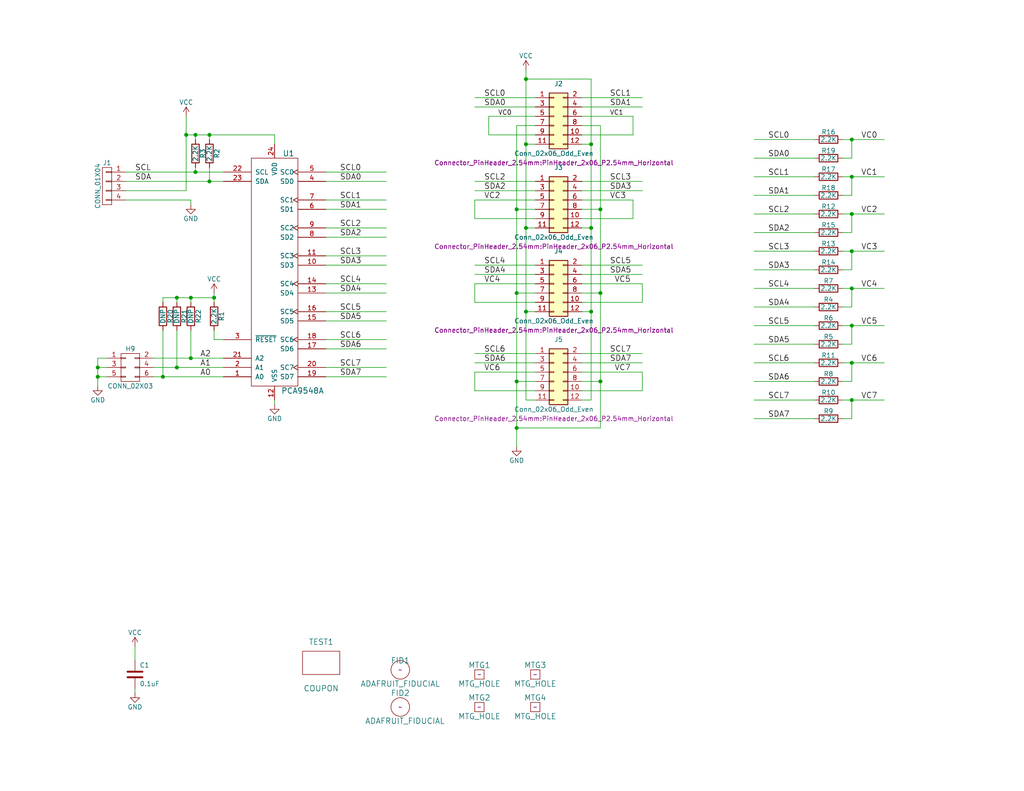
<source format=kicad_sch>
(kicad_sch (version 20211123) (generator eeschema)
  (paper "A")
  (title_block (title "8 CHANNEL I2C MULTIPLEXER") (date "Monday, January 16, 2017") (rev "X1") (company "land-boards.com"))
  (lib_symbols
    (symbol "Connector_Generic:Conn_02x06_Odd_Even" (pin_names (offset 1.016) hide)
      (property "Reference" "J" (at 1.27 7.62 0))
      (property "Value" "Conn_02x06_Odd_Even" (at 1.27 -10.16 0))
      (symbol "Conn_02x06_Odd_Even_1_1"
        (rectangle (start -1.27 -7.493) (end 0 -7.747) (stroke (width 0.1524)))
        (rectangle (start -1.27 -4.953) (end 0 -5.207) (stroke (width 0.1524)))
        (rectangle (start -1.27 -2.413) (end 0 -2.667) (stroke (width 0.1524)))
        (rectangle (start -1.27 0.127) (end 0 -0.127) (stroke (width 0.1524)))
        (rectangle (start -1.27 2.667) (end 0 2.413) (stroke (width 0.1524)))
        (rectangle (start -1.27 5.207) (end 0 4.953) (stroke (width 0.1524)))
        (rectangle (start -1.27 6.35) (end 3.81 -8.89) (stroke (width 0.254)) (fill (type background)))
        (rectangle (start 3.81 -7.493) (end 2.54 -7.747) (stroke (width 0.1524)))
        (rectangle (start 3.81 -4.953) (end 2.54 -5.207) (stroke (width 0.1524)))
        (rectangle (start 3.81 -2.413) (end 2.54 -2.667) (stroke (width 0.1524)))
        (rectangle (start 3.81 0.127) (end 2.54 -0.127) (stroke (width 0.1524)))
        (rectangle (start 3.81 2.667) (end 2.54 2.413) (stroke (width 0.1524)))
        (rectangle (start 3.81 5.207) (end 2.54 4.953) (stroke (width 0.1524)))
        (pin passive line (at -5.08 5.08 0) (length 3.81) (name "Pin_1") (number "1"))
        (pin passive line (at 7.62 -5.08 180) (length 3.81) (name "Pin_10") (number "10"))
        (pin passive line (at -5.08 -7.62 0) (length 3.81) (name "Pin_11") (number "11"))
        (pin passive line (at 7.62 -7.62 180) (length 3.81) (name "Pin_12") (number "12"))
        (pin passive line (at 7.62 5.08 180) (length 3.81) (name "Pin_2") (number "2"))
        (pin passive line (at -5.08 2.54 0) (length 3.81) (name "Pin_3") (number "3"))
        (pin passive line (at 7.62 2.54 180) (length 3.81) (name "Pin_4") (number "4"))
        (pin passive line (at -5.08 0 0) (length 3.81) (name "Pin_5") (number "5"))
        (pin passive line (at 7.62 0 180) (length 3.81) (name "Pin_6") (number "6"))
        (pin passive line (at -5.08 -2.54 0) (length 3.81) (name "Pin_7") (number "7"))
        (pin passive line (at 7.62 -2.54 180) (length 3.81) (name "Pin_8") (number "8"))
        (pin passive line (at -5.08 -5.08 0) (length 3.81) (name "Pin_9") (number "9"))
      )
    )
    (symbol "Device:C" (pin_numbers hide) (pin_names (offset 0.254))
      (property "Reference" "C" (at 0.635 2.54 0))
      (property "Value" "C" (at 0.635 -2.54 0))
      (symbol "C_0_1"
        (polyline (pts (xy -2.032 -0.762) (xy 2.032 -0.762)) (stroke (width 0.508)))
        (polyline (pts (xy -2.032 0.762) (xy 2.032 0.762)) (stroke (width 0.508)))
      )
      (symbol "C_1_1"
        (pin passive line (at 0 3.81 270) (length 2.794) (name "~") (number "1"))
        (pin passive line (at 0 -3.81 90) (length 2.794) (name "~") (number "2"))
      )
    )
    (symbol "Device:R" (pin_numbers hide) (pin_names (offset 0))
      (property "Reference" "R" (at 2.032 0 90))
      (property "Value" "R" (at 0 0 90))
      (symbol "R_0_1"
        (rectangle (start -1.016 -2.54) (end 1.016 2.54) (stroke (width 0.254)))
      )
      (symbol "R_1_1"
        (pin passive line (at 0 3.81 270) (length 1.27) (name "~") (number "1"))
        (pin passive line (at 0 -3.81 90) (length 1.27) (name "~") (number "2"))
      )
    )
    (symbol "I2C-RPT-08-rescue:ADAFRUIT_FIDUCIAL" (pin_numbers hide) (pin_names (offset 0.0254) hide)
      (property "Reference" "adafruit" (at 0 0 0))
      (property "Value" "ADAFRUIT_FIDUCIAL" (at 0 0 0))
      (symbol "ADAFRUIT_FIDUCIAL_1_1"
        (circle (center 0 0) (radius 2.54))
      )
    )
    (symbol "I2C-RPT-08-rescue:CONN_01X04" (pin_names (offset 1.016) hide)
      (property "Reference" "P" (at 0 6.35 0))
      (property "Value" "CONN_01X04" (at 2.54 0 90))
      (symbol "CONN_01X04_0_1"
        (rectangle (start -1.27 -3.683) (end 0.254 -3.937))
        (rectangle (start -1.27 -1.143) (end 0.254 -1.397))
        (rectangle (start -1.27 1.397) (end 0.254 1.143))
        (rectangle (start -1.27 3.937) (end 0.254 3.683))
        (rectangle (start -1.27 5.08) (end 1.27 -5.08))
      )
      (symbol "CONN_01X04_1_1"
        (pin passive line (at -5.08 3.81 0) (length 3.81) (name "P1") (number "1"))
        (pin passive line (at -5.08 1.27 0) (length 3.81) (name "P2") (number "2"))
        (pin passive line (at -5.08 -1.27 0) (length 3.81) (name "P3") (number "3"))
        (pin passive line (at -5.08 -3.81 0) (length 3.81) (name "P4") (number "4"))
      )
    )
    (symbol "I2C-RPT-08-rescue:CONN_02X03" (pin_names (offset 0.0254) hide)
      (property "Reference" "P" (at 0 5.08 0))
      (property "Value" "CONN_02X03" (at 0 -5.08 0))
      (symbol "CONN_02X03_0_1"
        (rectangle (start -2.54 -2.413) (end -1.27 -2.667))
        (rectangle (start -2.54 0.127) (end -1.27 -0.127))
        (rectangle (start -2.54 2.667) (end -1.27 2.413))
        (rectangle (start -2.54 3.81) (end 2.54 -3.81))
        (rectangle (start 1.27 -2.413) (end 2.54 -2.667))
        (rectangle (start 1.27 0.127) (end 2.54 -0.127))
        (rectangle (start 1.27 2.667) (end 2.54 2.413))
      )
      (symbol "CONN_02X03_1_1"
        (pin passive line (at -6.35 2.54 0) (length 3.81) (name "P1") (number "1"))
        (pin passive line (at 6.35 2.54 180) (length 3.81) (name "P2") (number "2"))
        (pin passive line (at -6.35 0 0) (length 3.81) (name "P3") (number "3"))
        (pin passive line (at 6.35 0 180) (length 3.81) (name "P4") (number "4"))
        (pin passive line (at -6.35 -2.54 0) (length 3.81) (name "P5") (number "5"))
        (pin passive line (at 6.35 -2.54 180) (length 3.81) (name "P6") (number "6"))
      )
    )
    (symbol "I2C-RPT-08-rescue:COUPON" (pin_names (offset 1.016))
      (property "Reference" "COUP?" (at 0 0 0))
      (property "Value" "COUPON" (at 0 0 0))
      (symbol "COUPON_0_1"
        (rectangle (start -5.08 0) (end 5.08 6.35))
      )
    )
    (symbol "I2C-RPT-08-rescue:MTG_HOLE" (pin_names (offset 1.016))
      (property "Reference" "MTG?" (at 0 2.54 0))
      (property "Value" "MTG_HOLE" (at 0 -2.54 0))
      (symbol "MTG_HOLE_0_1"
        (rectangle (start -1.27 -1.27) (end 1.27 -1.27))
        (rectangle (start -1.27 1.27) (end -1.27 -1.27))
        (rectangle (start 1.27 1.27) (end -1.27 1.27))
        (rectangle (start 1.27 1.27) (end 1.27 -1.27))
      )
    )
    (symbol "I2C-RPT-08-rescue:PCA9548A" (pin_names (offset 1.016))
      (property "Reference" "U" (at 3.81 33.02 0))
      (property "Value" "PCA9548A" (at 7.62 -31.75 0))
      (symbol "PCA9548A_0_1"
        (rectangle (start -6.35 -30.48) (end 6.35 31.75))
      )
      (symbol "PCA9548A_1_1"
        (pin input line (at -13.97 -27.94 0) (length 7.62) (name "A0") (number "1"))
        (pin bidirectional line (at 13.97 2.54 180) (length 7.62) (name "SD3") (number "10"))
        (pin input clock (at 13.97 5.08 180) (length 7.62) (name "SC3") (number "11"))
        (pin power_in line (at 0 -34.29 90) (length 3.81) (name "VSS") (number "12"))
        (pin bidirectional line (at 13.97 -5.08 180) (length 7.62) (name "SD4") (number "13"))
        (pin input clock (at 13.97 -2.54 180) (length 7.62) (name "SC4") (number "14"))
        (pin bidirectional line (at 13.97 -12.7 180) (length 7.62) (name "SD5") (number "15"))
        (pin input clock (at 13.97 -10.16 180) (length 7.62) (name "SC5") (number "16"))
        (pin bidirectional line (at 13.97 -20.32 180) (length 7.62) (name "SD6") (number "17"))
        (pin input clock (at 13.97 -17.78 180) (length 7.62) (name "SC6") (number "18"))
        (pin bidirectional line (at 13.97 -27.94 180) (length 7.62) (name "SD7") (number "19"))
        (pin input line (at -13.97 -25.4 0) (length 7.62) (name "A1") (number "2"))
        (pin input clock (at 13.97 -25.4 180) (length 7.62) (name "SC7") (number "20"))
        (pin input line (at -13.97 -22.86 0) (length 7.62) (name "A2") (number "21"))
        (pin input line (at -13.97 27.94 0) (length 7.62) (name "SCL") (number "22"))
        (pin input line (at -13.97 25.4 0) (length 7.62) (name "SDA") (number "23"))
        (pin power_in line (at 0 35.56 270) (length 3.81) (name "VDD") (number "24"))
        (pin input line (at -13.97 -17.78 0) (length 7.62) (name "~{RESET}") (number "3"))
        (pin bidirectional line (at 13.97 25.4 180) (length 7.62) (name "SD0") (number "4"))
        (pin input clock (at 13.97 27.94 180) (length 7.62) (name "SC0") (number "5"))
        (pin bidirectional line (at 13.97 17.78 180) (length 7.62) (name "SD1") (number "6"))
        (pin input clock (at 13.97 20.32 180) (length 7.62) (name "SC1") (number "7"))
        (pin bidirectional line (at 13.97 10.16 180) (length 7.62) (name "SD2") (number "8"))
        (pin input clock (at 13.97 12.7 180) (length 7.62) (name "SC2") (number "9"))
      )
    )
    (symbol "power:GND" (power) (pin_names (offset 0))
      (property "Value" "GND" (at 0 -3.81 0))
      (symbol "GND_0_1"
        (polyline (pts (xy 0 0) (xy 0 -1.27) (xy 1.27 -1.27) (xy 0 -2.54) (xy -1.27 -1.27) (xy 0 -1.27)))
      )
      (symbol "GND_1_1"
        (pin power_in line (at 0 0 270) (length 0) hide (name "GND") (number "1"))
      )
    )
    (symbol "power:VCC" (power) (pin_names (offset 0))
      (property "Value" "VCC" (at 0 3.81 0))
      (symbol "VCC_0_1"
        (polyline (pts (xy -0.762 1.27) (xy 0 2.54)))
        (polyline (pts (xy 0 0) (xy 0 2.54)))
        (polyline (pts (xy 0 2.54) (xy 0.762 1.27)))
      )
      (symbol "VCC_1_1"
        (pin power_in line (at 0 0 90) (length 0) hide (name "VCC") (number "1"))
      )
    )
  )
  (junction (at 161.29 39.37))
  (junction (at 50.8 36.83))
  (junction (at 161.29 85.09))
  (junction (at 52.07 81.28))
  (junction (at 163.83 57.15))
  (junction (at 53.34 46.99))
  (junction (at 163.83 80.01))
  (junction (at 140.97 104.14))
  (junction (at 143.51 85.09))
  (junction (at 232.41 48.26))
  (junction (at 232.41 88.9))
  (junction (at 52.07 97.79))
  (junction (at 48.26 81.28))
  (junction (at 140.97 116.84))
  (junction (at 57.15 49.53))
  (junction (at 163.83 104.14))
  (junction (at 232.41 38.1))
  (junction (at 232.41 78.74))
  (junction (at 48.26 100.33))
  (junction (at 143.51 21.59))
  (junction (at 143.51 62.23))
  (junction (at 232.41 68.58))
  (junction (at 26.67 102.87))
  (junction (at 140.97 57.15))
  (junction (at 58.42 81.28))
  (junction (at 53.34 36.83))
  (junction (at 232.41 99.06))
  (junction (at 140.97 80.01))
  (junction (at 232.41 109.22))
  (junction (at 57.15 36.83))
  (junction (at 161.29 62.23))
  (junction (at 26.67 100.33))
  (junction (at 44.45 102.87))
  (junction (at 143.51 39.37))
  (junction (at 232.41 58.42))
  (wire (pts (xy 229.87 99.06) (xy 232.41 99.06)))
  (wire (pts (xy 229.87 53.34) (xy 232.41 53.34)))
  (wire (pts (xy 105.41 80.01) (xy 88.9 80.01)))
  (wire (pts (xy 105.41 64.77) (xy 88.9 64.77)))
  (wire (pts (xy 143.51 21.59) (xy 161.29 21.59)))
  (wire (pts (xy 222.25 93.98) (xy 205.74 93.98)))
  (wire (pts (xy 229.87 73.66) (xy 232.41 73.66)))
  (wire (pts (xy 146.05 36.83) (xy 133.35 36.83)))
  (wire (pts (xy 129.54 59.69) (xy 129.54 54.61)))
  (wire (pts (xy 229.87 48.26) (xy 232.41 48.26)))
  (wire (pts (xy 175.26 49.53) (xy 158.75 49.53)))
  (wire (pts (xy 129.54 106.68) (xy 146.05 106.68)))
  (wire (pts (xy 175.26 26.67) (xy 158.75 26.67)))
  (wire (pts (xy 52.07 97.79) (xy 60.96 97.79)))
  (wire (pts (xy 50.8 31.75) (xy 50.8 36.83)))
  (wire (pts (xy 143.51 85.09) (xy 143.51 109.22)))
  (wire (pts (xy 232.41 93.98) (xy 232.41 88.9)))
  (wire (pts (xy 105.41 46.99) (xy 88.9 46.99)))
  (wire (pts (xy 140.97 80.01) (xy 140.97 104.14)))
  (wire (pts (xy 158.75 77.47) (xy 175.26 77.47)))
  (wire (pts (xy 161.29 21.59) (xy 161.29 39.37)))
  (wire (pts (xy 229.87 93.98) (xy 232.41 93.98)))
  (wire (pts (xy 57.15 36.83) (xy 74.93 36.83)))
  (wire (pts (xy 222.25 63.5) (xy 205.74 63.5)))
  (wire (pts (xy 48.26 82.55) (xy 48.26 81.28)))
  (wire (pts (xy 129.54 77.47) (xy 146.05 77.47)))
  (wire (pts (xy 105.41 69.85) (xy 88.9 69.85)))
  (wire (pts (xy 232.41 63.5) (xy 232.41 58.42)))
  (wire (pts (xy 222.25 109.22) (xy 205.74 109.22)))
  (wire (pts (xy 143.51 62.23) (xy 143.51 85.09)))
  (wire (pts (xy 163.83 104.14) (xy 163.83 116.84)))
  (wire (pts (xy 175.26 52.07) (xy 158.75 52.07)))
  (wire (pts (xy 146.05 99.06) (xy 129.54 99.06)))
  (wire (pts (xy 52.07 81.28) (xy 48.26 81.28)))
  (wire (pts (xy 146.05 74.93) (xy 129.54 74.93)))
  (wire (pts (xy 140.97 34.29) (xy 140.97 57.15)))
  (wire (pts (xy 229.87 38.1) (xy 232.41 38.1)))
  (wire (pts (xy 53.34 38.1) (xy 53.34 36.83)))
  (wire (pts (xy 232.41 43.18) (xy 232.41 38.1)))
  (wire (pts (xy 146.05 29.21) (xy 129.54 29.21)))
  (wire (pts (xy 232.41 104.14) (xy 232.41 99.06)))
  (wire (pts (xy 158.75 62.23) (xy 161.29 62.23)))
  (wire (pts (xy 143.51 62.23) (xy 146.05 62.23)))
  (wire (pts (xy 53.34 46.99) (xy 60.96 46.99)))
  (wire (pts (xy 48.26 81.28) (xy 44.45 81.28)))
  (wire (pts (xy 146.05 104.14) (xy 140.97 104.14)))
  (wire (pts (xy 36.83 176.53) (xy 36.83 180.34)))
  (wire (pts (xy 232.41 99.06) (xy 241.3 99.06)))
  (wire (pts (xy 158.75 34.29) (xy 163.83 34.29)))
  (wire (pts (xy 105.41 49.53) (xy 88.9 49.53)))
  (wire (pts (xy 41.91 97.79) (xy 52.07 97.79)))
  (wire (pts (xy 44.45 102.87) (xy 44.45 90.17)))
  (wire (pts (xy 29.21 100.33) (xy 26.67 100.33)))
  (wire (pts (xy 222.25 88.9) (xy 205.74 88.9)))
  (wire (pts (xy 229.87 88.9) (xy 232.41 88.9)))
  (wire (pts (xy 222.25 114.3) (xy 205.74 114.3)))
  (wire (pts (xy 222.25 38.1) (xy 205.74 38.1)))
  (wire (pts (xy 163.83 57.15) (xy 163.83 80.01)))
  (wire (pts (xy 222.25 78.74) (xy 205.74 78.74)))
  (wire (pts (xy 158.75 36.83) (xy 172.72 36.83)))
  (wire (pts (xy 105.41 95.25) (xy 88.9 95.25)))
  (wire (pts (xy 222.25 43.18) (xy 205.74 43.18)))
  (wire (pts (xy 222.25 104.14) (xy 205.74 104.14)))
  (wire (pts (xy 222.25 53.34) (xy 205.74 53.34)))
  (wire (pts (xy 74.93 36.83) (xy 74.93 39.37)))
  (wire (pts (xy 105.41 87.63) (xy 88.9 87.63)))
  (wire (pts (xy 52.07 97.79) (xy 52.07 90.17)))
  (wire (pts (xy 229.87 109.22) (xy 232.41 109.22)))
  (wire (pts (xy 52.07 54.61) (xy 52.07 55.88)))
  (wire (pts (xy 158.75 82.55) (xy 175.26 82.55)))
  (wire (pts (xy 232.41 114.3) (xy 232.41 109.22)))
  (wire (pts (xy 222.25 73.66) (xy 205.74 73.66)))
  (wire (pts (xy 229.87 78.74) (xy 232.41 78.74)))
  (wire (pts (xy 57.15 45.72) (xy 57.15 49.53)))
  (wire (pts (xy 229.87 83.82) (xy 232.41 83.82)))
  (wire (pts (xy 229.87 104.14) (xy 232.41 104.14)))
  (wire (pts (xy 146.05 31.75) (xy 133.35 31.75)))
  (wire (pts (xy 232.41 73.66) (xy 232.41 68.58)))
  (wire (pts (xy 232.41 68.58) (xy 241.3 68.58)))
  (wire (pts (xy 105.41 85.09) (xy 88.9 85.09)))
  (wire (pts (xy 175.26 106.68) (xy 158.75 106.68)))
  (wire (pts (xy 163.83 57.15) (xy 158.75 57.15)))
  (wire (pts (xy 105.41 92.71) (xy 88.9 92.71)))
  (wire (pts (xy 143.51 21.59) (xy 143.51 39.37)))
  (wire (pts (xy 50.8 36.83) (xy 50.8 52.07)))
  (wire (pts (xy 158.75 54.61) (xy 172.72 54.61)))
  (wire (pts (xy 146.05 80.01) (xy 140.97 80.01)))
  (wire (pts (xy 34.29 46.99) (xy 53.34 46.99)))
  (wire (pts (xy 50.8 52.07) (xy 34.29 52.07)))
  (wire (pts (xy 74.93 109.22) (xy 74.93 110.49)))
  (wire (pts (xy 105.41 102.87) (xy 88.9 102.87)))
  (wire (pts (xy 163.83 116.84) (xy 140.97 116.84)))
  (wire (pts (xy 140.97 104.14) (xy 140.97 116.84)))
  (wire (pts (xy 143.51 19.05) (xy 143.51 21.59)))
  (wire (pts (xy 105.41 54.61) (xy 88.9 54.61)))
  (wire (pts (xy 58.42 92.71) (xy 58.42 90.17)))
  (wire (pts (xy 146.05 96.52) (xy 129.54 96.52)))
  (wire (pts (xy 158.75 31.75) (xy 172.72 31.75)))
  (wire (pts (xy 158.75 104.14) (xy 163.83 104.14)))
  (wire (pts (xy 232.41 38.1) (xy 241.3 38.1)))
  (wire (pts (xy 129.54 82.55) (xy 129.54 77.47)))
  (wire (pts (xy 26.67 97.79) (xy 26.67 100.33)))
  (wire (pts (xy 143.51 109.22) (xy 146.05 109.22)))
  (wire (pts (xy 41.91 102.87) (xy 44.45 102.87)))
  (wire (pts (xy 158.75 80.01) (xy 163.83 80.01)))
  (wire (pts (xy 222.25 48.26) (xy 205.74 48.26)))
  (wire (pts (xy 232.41 48.26) (xy 241.3 48.26)))
  (wire (pts (xy 105.41 77.47) (xy 88.9 77.47)))
  (wire (pts (xy 140.97 34.29) (xy 146.05 34.29)))
  (wire (pts (xy 140.97 116.84) (xy 140.97 121.92)))
  (wire (pts (xy 36.83 187.96) (xy 36.83 189.23)))
  (wire (pts (xy 53.34 36.83) (xy 57.15 36.83)))
  (wire (pts (xy 140.97 57.15) (xy 140.97 80.01)))
  (wire (pts (xy 57.15 38.1) (xy 57.15 36.83)))
  (wire (pts (xy 129.54 101.6) (xy 129.54 106.68)))
  (wire (pts (xy 60.96 92.71) (xy 58.42 92.71)))
  (wire (pts (xy 57.15 49.53) (xy 60.96 49.53)))
  (wire (pts (xy 222.25 83.82) (xy 205.74 83.82)))
  (wire (pts (xy 143.51 39.37) (xy 146.05 39.37)))
  (wire (pts (xy 53.34 45.72) (xy 53.34 46.99)))
  (wire (pts (xy 105.41 57.15) (xy 88.9 57.15)))
  (wire (pts (xy 146.05 57.15) (xy 140.97 57.15)))
  (wire (pts (xy 34.29 49.53) (xy 57.15 49.53)))
  (wire (pts (xy 232.41 109.22) (xy 241.3 109.22)))
  (wire (pts (xy 48.26 100.33) (xy 48.26 90.17)))
  (wire (pts (xy 229.87 63.5) (xy 232.41 63.5)))
  (wire (pts (xy 175.26 29.21) (xy 158.75 29.21)))
  (wire (pts (xy 58.42 82.55) (xy 58.42 81.28)))
  (wire (pts (xy 232.41 78.74) (xy 241.3 78.74)))
  (wire (pts (xy 161.29 39.37) (xy 161.29 62.23)))
  (wire (pts (xy 158.75 101.6) (xy 175.26 101.6)))
  (wire (pts (xy 229.87 43.18) (xy 232.41 43.18)))
  (wire (pts (xy 146.05 72.39) (xy 129.54 72.39)))
  (wire (pts (xy 175.26 82.55) (xy 175.26 77.47)))
  (wire (pts (xy 146.05 52.07) (xy 129.54 52.07)))
  (wire (pts (xy 48.26 100.33) (xy 60.96 100.33)))
  (wire (pts (xy 105.41 72.39) (xy 88.9 72.39)))
  (wire (pts (xy 146.05 82.55) (xy 129.54 82.55)))
  (wire (pts (xy 44.45 81.28) (xy 44.45 82.55)))
  (wire (pts (xy 52.07 82.55) (xy 52.07 81.28)))
  (wire (pts (xy 50.8 36.83) (xy 53.34 36.83)))
  (wire (pts (xy 229.87 58.42) (xy 232.41 58.42)))
  (wire (pts (xy 34.29 54.61) (xy 52.07 54.61)))
  (wire (pts (xy 143.51 39.37) (xy 143.51 62.23)))
  (wire (pts (xy 175.26 99.06) (xy 158.75 99.06)))
  (wire (pts (xy 158.75 39.37) (xy 161.29 39.37)))
  (wire (pts (xy 105.41 62.23) (xy 88.9 62.23)))
  (wire (pts (xy 143.51 85.09) (xy 146.05 85.09)))
  (wire (pts (xy 222.25 58.42) (xy 205.74 58.42)))
  (wire (pts (xy 232.41 88.9) (xy 241.3 88.9)))
  (wire (pts (xy 175.26 74.93) (xy 158.75 74.93)))
  (wire (pts (xy 175.26 72.39) (xy 158.75 72.39)))
  (wire (pts (xy 222.25 68.58) (xy 205.74 68.58)))
  (wire (pts (xy 26.67 100.33) (xy 26.67 102.87)))
  (wire (pts (xy 146.05 59.69) (xy 129.54 59.69)))
  (wire (pts (xy 175.26 96.52) (xy 158.75 96.52)))
  (wire (pts (xy 232.41 83.82) (xy 232.41 78.74)))
  (wire (pts (xy 161.29 62.23) (xy 161.29 85.09)))
  (wire (pts (xy 232.41 53.34) (xy 232.41 48.26)))
  (wire (pts (xy 133.35 36.83) (xy 133.35 31.75)))
  (wire (pts (xy 232.41 58.42) (xy 241.3 58.42)))
  (wire (pts (xy 222.25 99.06) (xy 205.74 99.06)))
  (wire (pts (xy 129.54 54.61) (xy 146.05 54.61)))
  (wire (pts (xy 229.87 114.3) (xy 232.41 114.3)))
  (wire (pts (xy 158.75 109.22) (xy 161.29 109.22)))
  (wire (pts (xy 172.72 54.61) (xy 172.72 59.69)))
  (wire (pts (xy 41.91 100.33) (xy 48.26 100.33)))
  (wire (pts (xy 44.45 102.87) (xy 60.96 102.87)))
  (wire (pts (xy 58.42 81.28) (xy 58.42 80.01)))
  (wire (pts (xy 146.05 49.53) (xy 129.54 49.53)))
  (wire (pts (xy 105.41 100.33) (xy 88.9 100.33)))
  (wire (pts (xy 158.75 59.69) (xy 172.72 59.69)))
  (wire (pts (xy 129.54 101.6) (xy 146.05 101.6)))
  (wire (pts (xy 175.26 101.6) (xy 175.26 106.68)))
  (wire (pts (xy 172.72 31.75) (xy 172.72 36.83)))
  (wire (pts (xy 163.83 34.29) (xy 163.83 57.15)))
  (wire (pts (xy 161.29 85.09) (xy 161.29 109.22)))
  (wire (pts (xy 158.75 85.09) (xy 161.29 85.09)))
  (wire (pts (xy 229.87 68.58) (xy 232.41 68.58)))
  (wire (pts (xy 26.67 102.87) (xy 26.67 105.41)))
  (wire (pts (xy 163.83 80.01) (xy 163.83 104.14)))
  (wire (pts (xy 29.21 102.87) (xy 26.67 102.87)))
  (wire (pts (xy 58.42 81.28) (xy 52.07 81.28)))
  (wire (pts (xy 29.21 97.79) (xy 26.67 97.79)))
  (wire (pts (xy 146.05 26.67) (xy 129.54 26.67)))
  (label "SDA1" (at 166.37 29.21 0) (effects (font (size 1.524 1.524))))
  (label "SCL3" (at 209.55 68.58 0) (effects (font (size 1.524 1.524))))
  (label "SCL0" (at 132.08 26.67 0) (effects (font (size 1.524 1.524))))
  (label "SCL5" (at 166.37 72.39 0) (effects (font (size 1.524 1.524))))
  (label "SCL5" (at 209.55 88.9 0) (effects (font (size 1.524 1.524))))
  (label "SDA6" (at 92.71 95.25 0) (effects (font (size 1.524 1.524))))
  (label "SDA7" (at 209.55 114.3 0) (effects (font (size 1.524 1.524))))
  (label "VC7" (at 167.64 101.6 0) (effects (font (size 1.524 1.524))))
  (label "SDA4" (at 92.71 80.01 0) (effects (font (size 1.524 1.524))))
  (label "SDA3" (at 209.55 73.66 0) (effects (font (size 1.524 1.524))))
  (label "VC4" (at 132.08 77.47 0) (effects (font (size 1.524 1.524))))
  (label "SDA2" (at 132.08 52.07 0) (effects (font (size 1.524 1.524))))
  (label "VC0" (at 135.89 31.75 0))
  (label "SDA7" (at 166.37 99.06 0) (effects (font (size 1.524 1.524))))
  (label "SDA5" (at 209.55 93.98 0) (effects (font (size 1.524 1.524))))
  (label "SDA0" (at 132.08 29.21 0) (effects (font (size 1.524 1.524))))
  (label "SDA1" (at 92.71 57.15 0) (effects (font (size 1.524 1.524))))
  (label "SDA2" (at 209.55 63.5 0) (effects (font (size 1.524 1.524))))
  (label "SDA2" (at 92.71 64.77 0) (effects (font (size 1.524 1.524))))
  (label "SDA3" (at 92.71 72.39 0) (effects (font (size 1.524 1.524))))
  (label "SDA3" (at 166.37 52.07 0) (effects (font (size 1.524 1.524))))
  (label "VC1" (at 166.37 31.75 0))
  (label "SCL1" (at 209.55 48.26 0) (effects (font (size 1.524 1.524))))
  (label "SCL7" (at 166.37 96.52 0) (effects (font (size 1.524 1.524))))
  (label "SDA0" (at 92.71 49.53 0) (effects (font (size 1.524 1.524))))
  (label "VC2" (at 234.95 58.42 0) (effects (font (size 1.524 1.524))))
  (label "VC6" (at 132.08 101.6 0) (effects (font (size 1.524 1.524))))
  (label "SCL0" (at 92.71 46.99 0) (effects (font (size 1.524 1.524))))
  (label "A2" (at 54.61 97.79 0) (effects (font (size 1.524 1.524))))
  (label "SCL6" (at 92.71 92.71 0) (effects (font (size 1.524 1.524))))
  (label "SCL3" (at 92.71 69.85 0) (effects (font (size 1.524 1.524))))
  (label "SDA5" (at 166.37 74.93 0) (effects (font (size 1.524 1.524))))
  (label "SCL2" (at 209.55 58.42 0) (effects (font (size 1.524 1.524))))
  (label "SCL2" (at 92.71 62.23 0) (effects (font (size 1.524 1.524))))
  (label "SDA1" (at 209.55 53.34 0) (effects (font (size 1.524 1.524))))
  (label "SCL1" (at 92.71 54.61 0) (effects (font (size 1.524 1.524))))
  (label "VC4" (at 234.95 78.74 0) (effects (font (size 1.524 1.524))))
  (label "SDA4" (at 132.08 74.93 0) (effects (font (size 1.524 1.524))))
  (label "SCL3" (at 166.37 49.53 0) (effects (font (size 1.524 1.524))))
  (label "SCL4" (at 132.08 72.39 0) (effects (font (size 1.524 1.524))))
  (label "VC3" (at 166.37 54.61 0) (effects (font (size 1.524 1.524))))
  (label "SCL6" (at 209.55 99.06 0) (effects (font (size 1.524 1.524))))
  (label "SCL2" (at 132.08 49.53 0) (effects (font (size 1.524 1.524))))
  (label "SCL7" (at 209.55 109.22 0) (effects (font (size 1.524 1.524))))
  (label "SCL4" (at 92.71 77.47 0) (effects (font (size 1.524 1.524))))
  (label "VC7" (at 234.95 109.22 0) (effects (font (size 1.524 1.524))))
  (label "SDA5" (at 92.71 87.63 0) (effects (font (size 1.524 1.524))))
  (label "SDA6" (at 132.08 99.06 0) (effects (font (size 1.524 1.524))))
  (label "SDA0" (at 209.55 43.18 0) (effects (font (size 1.524 1.524))))
  (label "VC1" (at 234.95 48.26 0) (effects (font (size 1.524 1.524))))
  (label "SDA4" (at 209.55 83.82 0) (effects (font (size 1.524 1.524))))
  (label "SDA" (at 36.83 49.53 0) (effects (font (size 1.524 1.524))))
  (label "SDA6" (at 209.55 104.14 0) (effects (font (size 1.524 1.524))))
  (label "SCL6" (at 132.08 96.52 0) (effects (font (size 1.524 1.524))))
  (label "SCL0" (at 209.55 38.1 0) (effects (font (size 1.524 1.524))))
  (label "SCL1" (at 166.37 26.67 0) (effects (font (size 1.524 1.524))))
  (label "SDA7" (at 92.71 102.87 0) (effects (font (size 1.524 1.524))))
  (label "SCL5" (at 92.71 85.09 0) (effects (font (size 1.524 1.524))))
  (label "A0" (at 54.61 102.87 0) (effects (font (size 1.524 1.524))))
  (label "SCL4" (at 209.55 78.74 0) (effects (font (size 1.524 1.524))))
  (label "VC0" (at 234.95 38.1 0) (effects (font (size 1.524 1.524))))
  (label "A1" (at 54.61 100.33 0) (effects (font (size 1.524 1.524))))
  (label "VC2" (at 132.08 54.61 0) (effects (font (size 1.524 1.524))))
  (label "SCL7" (at 92.71 100.33 0) (effects (font (size 1.524 1.524))))
  (label "VC3" (at 234.95 68.58 0) (effects (font (size 1.524 1.524))))
  (label "SCL" (at 36.83 46.99 0) (effects (font (size 1.524 1.524))))
  (label "VC6" (at 234.95 99.06 0) (effects (font (size 1.524 1.524))))
  (label "VC5" (at 234.95 88.9 0) (effects (font (size 1.524 1.524))))
  (label "VC5" (at 167.64 77.47 0) (effects (font (size 1.524 1.524))))
  (symbol (lib_id "I2C-RPT-08-rescue:MTG_HOLE") (at 130.81 184.15 0) (unit 1)
    (property "Reference" "MTG1" (at 130.81 181.61 0) (effects (font (size 1.524 1.524))))
    (property "Value" "MTG_HOLE" (at 130.81 186.69 0) (effects (font (size 1.524 1.524))))
    (property "Footprint" "MTG-4-40" (effects hide))
    (property "Datasheet" "~" (at 130.81 184.15 0) (effects (font (size 1.524 1.524))))
  )
  (symbol (lib_id "I2C-RPT-08-rescue:ADAFRUIT_FIDUCIAL") (at 109.22 193.04 0) (unit 1)
    (property "Reference" "FID2" (at 109.22 189.23 0) (effects (font (size 1.524 1.524))))
    (property "Value" "ADAFRUIT_FIDUCIAL" (at 110.49 196.85 0) (effects (font (size 1.524 1.524))))
    (property "Footprint" "FIDUCIAL" (effects hide))
    (property "Datasheet" "~" (at 109.22 193.04 0) (effects (font (size 1.524 1.524))))
  )
  (symbol (lib_id "I2C-RPT-08-rescue:ADAFRUIT_FIDUCIAL") (at 109.22 182.88 0) (unit 1)
    (property "Reference" "FID1" (at 109.22 180.34 0) (effects (font (size 1.524 1.524))))
    (property "Value" "ADAFRUIT_FIDUCIAL" (at 109.22 186.69 0) (effects (font (size 1.524 1.524))))
    (property "Footprint" "FIDUCIAL" (effects hide))
    (property "Datasheet" "~" (at 109.22 182.88 0) (effects (font (size 1.524 1.524))))
  )
  (symbol (lib_id "I2C-RPT-08-rescue:MTG_HOLE") (at 130.81 193.04 0) (unit 1)
    (property "Reference" "MTG2" (at 130.81 190.5 0) (effects (font (size 1.524 1.524))))
    (property "Value" "MTG_HOLE" (at 130.81 195.58 0) (effects (font (size 1.524 1.524))))
    (property "Footprint" "MTG-4-40" (effects hide))
    (property "Datasheet" "~" (at 130.81 193.04 0) (effects (font (size 1.524 1.524))))
  )
  (symbol (lib_id "I2C-RPT-08-rescue:MTG_HOLE") (at 146.05 184.15 0) (unit 1)
    (property "Reference" "MTG3" (at 146.05 181.61 0) (effects (font (size 1.524 1.524))))
    (property "Value" "MTG_HOLE" (at 146.05 186.69 0) (effects (font (size 1.524 1.524))))
    (property "Footprint" "MTG-4-40" (effects hide))
    (property "Datasheet" "~" (at 146.05 184.15 0) (effects (font (size 1.524 1.524))))
  )
  (symbol (lib_id "I2C-RPT-08-rescue:MTG_HOLE") (at 146.05 193.04 0) (unit 1)
    (property "Reference" "MTG4" (at 146.05 190.5 0) (effects (font (size 1.524 1.524))))
    (property "Value" "MTG_HOLE" (at 146.05 195.58 0) (effects (font (size 1.524 1.524))))
    (property "Footprint" "MTG-4-40" (effects hide))
    (property "Datasheet" "~" (at 146.05 193.04 0) (effects (font (size 1.524 1.524))))
  )
  (symbol (lib_id "power:GND") (at 52.07 55.88 0) (unit 1)
    (property "Reference" "#PWR01" (effects hide))
    (property "Value" "GND" (at 52.07 59.69 0))
  )
  (symbol (lib_id "power:GND") (at 74.93 110.49 0) (unit 1)
    (property "Reference" "#PWR02" (effects hide))
    (property "Value" "GND" (at 74.93 114.3 0))
  )
  (symbol (lib_id "Device:R") (at 57.15 41.91 0) (unit 1)
    (property "Reference" "R2" (at 59.182 41.91 90))
    (property "Value" "2.2K" (at 57.15 41.91 90))
    (property "Footprint" "Resistors_SMD:R_0805_HandSoldering" (effects hide))
  )
  (symbol (lib_id "Device:R") (at 53.34 41.91 0) (unit 1)
    (property "Reference" "R3" (at 55.372 41.91 90))
    (property "Value" "2.2K" (at 53.34 41.91 90))
    (property "Footprint" "Resistors_SMD:R_0805_HandSoldering" (effects hide))
  )
  (symbol (lib_id "power:GND") (at 36.83 189.23 0) (unit 1)
    (property "Reference" "#PWR03" (effects hide))
    (property "Value" "GND" (at 36.83 193.04 0))
  )
  (symbol (lib_id "Device:C") (at 36.83 184.15 0) (unit 1)
    (property "Reference" "C1" (at 38.1 181.61 0) (effects (justify left)))
    (property "Value" "0.1uF" (at 38.1 186.69 0) (effects (justify left)))
    (property "Footprint" "Resistors_SMD:R_0805_HandSoldering" (effects hide))
  )
  (symbol (lib_id "I2C-RPT-08-rescue:COUPON") (at 87.63 184.15 0) (unit 1)
    (property "Reference" "TEST1" (at 87.63 175.26 0) (effects (font (size 1.524 1.524))))
    (property "Value" "COUPON" (at 87.63 187.96 0) (effects (font (size 1.524 1.524))))
    (property "Footprint" "LandBoards_Marking:TEST_BLK-REAR" (effects hide))
  )
  (symbol (lib_id "Device:R") (at 44.45 86.36 0) (unit 1)
    (property "Reference" "R20" (at 46.482 86.36 90))
    (property "Value" "DNP" (at 44.45 86.36 90))
    (property "Footprint" "Resistors_SMD:R_0805_HandSoldering" (effects hide))
  )
  (symbol (lib_id "Device:R") (at 48.26 86.36 0) (unit 1)
    (property "Reference" "R21" (at 50.292 86.36 90))
    (property "Value" "DNP" (at 48.26 86.36 90))
    (property "Footprint" "Resistors_SMD:R_0805_HandSoldering" (effects hide))
  )
  (symbol (lib_id "Device:R") (at 52.07 86.36 0) (unit 1)
    (property "Reference" "R22" (at 54.102 86.36 90))
    (property "Value" "DNP" (at 52.07 86.36 90))
    (property "Footprint" "Resistors_SMD:R_0805_HandSoldering" (effects hide))
  )
  (symbol (lib_id "power:GND") (at 26.67 105.41 0) (unit 1)
    (property "Reference" "#PWR010" (effects hide))
    (property "Value" "GND" (at 26.67 109.22 0))
  )
  (symbol (lib_id "I2C-RPT-08-rescue:CONN_02X03") (at 35.56 100.33 0) (unit 1)
    (property "Reference" "H9" (at 35.56 95.25 0))
    (property "Value" "CONN_02X03" (at 35.56 105.41 0))
    (property "Footprint" "Pin_Headers:Pin_Header_Straight_2x03_Pitch2.54mm" (effects hide))
  )
  (symbol (lib_id "I2C-RPT-08-rescue:PCA9548A") (at 74.93 74.93 0) (unit 1)
    (property "Reference" "U1" (at 78.74 41.91 0) (effects (font (size 1.524 1.524))))
    (property "Value" "PCA9548A" (at 82.55 106.68 0) (effects (font (size 1.524 1.524))))
    (property "Footprint" "Housings_SOIC:SOIC-24W_7.5x15.4mm_Pitch1.27mm" (effects hide))
  )
  (symbol (lib_id "I2C-RPT-08-rescue:CONN_01X04") (at 29.21 50.8 0) (mirror y) (unit 1)
    (property "Reference" "J1" (at 29.21 44.45 0))
    (property "Value" "CONN_01X04" (at 26.67 50.8 90))
    (property "Footprint" "Pin_Headers:Pin_Header_Angled_1x04_Pitch2.54mm" (effects hide))
  )
  (symbol (lib_id "power:VCC") (at 143.51 19.05 0) (unit 1)
    (property "Reference" "#PWR05" (effects hide))
    (property "Value" "VCC" (at 143.51 15.24 0))
  )
  (symbol (lib_id "power:GND") (at 140.97 121.92 0) (unit 1)
    (property "Reference" "#PWR06" (effects hide))
    (property "Value" "GND" (at 140.97 125.73 0))
  )
  (symbol (lib_id "power:VCC") (at 50.8 31.75 0) (unit 1)
    (property "Reference" "#PWR07" (effects hide))
    (property "Value" "VCC" (at 50.8 27.94 0))
  )
  (symbol (lib_id "power:VCC") (at 36.83 176.53 0) (unit 1)
    (property "Reference" "#PWR08" (effects hide))
    (property "Value" "VCC" (at 36.83 172.72 0))
  )
  (symbol (lib_id "Device:R") (at 226.06 38.1 90) (unit 1)
    (property "Reference" "R16" (at 226.06 36.068 90))
    (property "Value" "2.2K" (at 226.06 38.1 90))
    (property "Footprint" "Resistors_SMD:R_0805_HandSoldering" (effects hide))
  )
  (symbol (lib_id "Device:R") (at 226.06 43.18 90) (unit 1)
    (property "Reference" "R19" (at 226.06 41.148 90))
    (property "Value" "2.2K" (at 226.06 43.18 90))
    (property "Footprint" "Resistors_SMD:R_0805_HandSoldering" (effects hide))
  )
  (symbol (lib_id "Device:R") (at 226.06 48.26 90) (unit 1)
    (property "Reference" "R17" (at 226.06 46.228 90))
    (property "Value" "2.2K" (at 226.06 48.26 90))
    (property "Footprint" "Resistors_SMD:R_0805_HandSoldering" (effects hide))
  )
  (symbol (lib_id "Device:R") (at 226.06 53.34 90) (unit 1)
    (property "Reference" "R18" (at 226.06 51.308 90))
    (property "Value" "2.2K" (at 226.06 53.34 90))
    (property "Footprint" "Resistors_SMD:R_0805_HandSoldering" (effects hide))
  )
  (symbol (lib_id "Device:R") (at 226.06 58.42 90) (unit 1)
    (property "Reference" "R12" (at 226.06 56.388 90))
    (property "Value" "2.2K" (at 226.06 58.42 90))
    (property "Footprint" "Resistors_SMD:R_0805_HandSoldering" (effects hide))
  )
  (symbol (lib_id "Device:R") (at 226.06 63.5 90) (unit 1)
    (property "Reference" "R15" (at 226.06 61.468 90))
    (property "Value" "2.2K" (at 226.06 63.5 90))
    (property "Footprint" "Resistors_SMD:R_0805_HandSoldering" (effects hide))
  )
  (symbol (lib_id "Device:R") (at 226.06 68.58 90) (unit 1)
    (property "Reference" "R13" (at 226.06 66.548 90))
    (property "Value" "2.2K" (at 226.06 68.58 90))
    (property "Footprint" "Resistors_SMD:R_0805_HandSoldering" (effects hide))
  )
  (symbol (lib_id "Device:R") (at 226.06 73.66 90) (unit 1)
    (property "Reference" "R14" (at 226.06 71.628 90))
    (property "Value" "2.2K" (at 226.06 73.66 90))
    (property "Footprint" "Resistors_SMD:R_0805_HandSoldering" (effects hide))
  )
  (symbol (lib_id "Device:R") (at 226.06 78.74 90) (unit 1)
    (property "Reference" "R7" (at 226.06 76.708 90))
    (property "Value" "2.2K" (at 226.06 78.74 90))
    (property "Footprint" "Resistors_SMD:R_0805_HandSoldering" (effects hide))
  )
  (symbol (lib_id "Device:R") (at 226.06 83.82 90) (unit 1)
    (property "Reference" "R4" (at 226.06 81.788 90))
    (property "Value" "2.2K" (at 226.06 83.82 90))
    (property "Footprint" "Resistors_SMD:R_0805_HandSoldering" (effects hide))
  )
  (symbol (lib_id "Device:R") (at 226.06 88.9 90) (unit 1)
    (property "Reference" "R6" (at 226.06 86.868 90))
    (property "Value" "2.2K" (at 226.06 88.9 90))
    (property "Footprint" "Resistors_SMD:R_0805_HandSoldering" (effects hide))
  )
  (symbol (lib_id "Device:R") (at 226.06 93.98 90) (unit 1)
    (property "Reference" "R5" (at 226.06 91.948 90))
    (property "Value" "2.2K" (at 226.06 93.98 90))
    (property "Footprint" "Resistors_SMD:R_0805_HandSoldering" (effects hide))
  )
  (symbol (lib_id "Device:R") (at 226.06 99.06 90) (unit 1)
    (property "Reference" "R11" (at 226.06 97.028 90))
    (property "Value" "2.2K" (at 226.06 99.06 90))
    (property "Footprint" "Resistors_SMD:R_0805_HandSoldering" (effects hide))
  )
  (symbol (lib_id "Device:R") (at 226.06 104.14 90) (unit 1)
    (property "Reference" "R8" (at 226.06 102.108 90))
    (property "Value" "2.2K" (at 226.06 104.14 90))
    (property "Footprint" "Resistors_SMD:R_0805_HandSoldering" (effects hide))
  )
  (symbol (lib_id "Device:R") (at 226.06 109.22 90) (unit 1)
    (property "Reference" "R10" (at 226.06 107.188 90))
    (property "Value" "2.2K" (at 226.06 109.22 90))
    (property "Footprint" "Resistors_SMD:R_0805_HandSoldering" (effects hide))
  )
  (symbol (lib_id "Device:R") (at 226.06 114.3 90) (unit 1)
    (property "Reference" "R9" (at 226.06 112.268 90))
    (property "Value" "2.2K" (at 226.06 114.3 90))
    (property "Footprint" "Resistors_SMD:R_0805_HandSoldering" (effects hide))
  )
  (symbol (lib_id "Device:R") (at 58.42 86.36 0) (unit 1)
    (property "Reference" "R1" (at 60.452 86.36 90))
    (property "Value" "2.2K" (at 58.42 86.36 90))
    (property "Footprint" "Resistors_SMD:R_0805_HandSoldering" (effects hide))
  )
  (symbol (lib_id "power:VCC") (at 58.42 80.01 0) (unit 1)
    (property "Reference" "#PWR09" (effects hide))
    (property "Value" "VCC" (at 58.42 76.2 0))
  )
  (symbol (lib_id "Connector_Generic:Conn_02x06_Odd_Even") (at 151.13 77.47 0) (unit 1)
    (property "Reference" "J4" (at 152.4 68.58 0))
    (property "Value" "Conn_02x06_Odd_Even" (at 151.13 87.63 0))
    (property "Footprint" "Connector_PinHeader_2.54mm:PinHeader_2x06_P2.54mm_Horizontal" (at 151.13 90.17 0))
  )
  (symbol (lib_id "Connector_Generic:Conn_02x06_Odd_Even") (at 151.13 54.61 0) (unit 1)
    (property "Reference" "J3" (at 152.4 45.72 0))
    (property "Value" "Conn_02x06_Odd_Even" (at 151.13 64.77 0))
    (property "Footprint" "Connector_PinHeader_2.54mm:PinHeader_2x06_P2.54mm_Horizontal" (at 151.13 67.31 0))
  )
  (symbol (lib_id "Connector_Generic:Conn_02x06_Odd_Even") (at 151.13 31.75 0) (unit 1)
    (property "Reference" "J2" (at 152.4 22.86 0))
    (property "Value" "Conn_02x06_Odd_Even" (at 151.13 41.91 0))
    (property "Footprint" "Connector_PinHeader_2.54mm:PinHeader_2x06_P2.54mm_Horizontal" (at 151.13 44.45 0))
  )
  (symbol (lib_id "Connector_Generic:Conn_02x06_Odd_Even") (at 151.13 101.6 0) (unit 1)
    (property "Reference" "J5" (at 152.4 92.71 0))
    (property "Value" "Conn_02x06_Odd_Even" (at 151.13 111.76 0))
    (property "Footprint" "Connector_PinHeader_2.54mm:PinHeader_2x06_P2.54mm_Horizontal" (at 151.13 114.3 0))
  )
)
</source>
